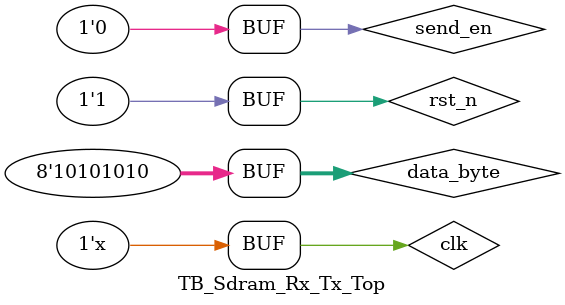
<source format=v>
`timescale      1ns/1ps

module TB_Sdram_Rx_Tx_Top;

reg         clk;
reg         rst_n;
wire                 rs232_rx;
 wire                rs232_tx;
 reg    send_en;

reg     [7:0]   data_byte;

//-------------------------------------------------------
//SDRAM signal
wire            sdram_clk;
wire            sdram_cke;
wire            sdram_cs_n;
wire            sdram_ras_n;
wire            sdram_cas_n;
wire            sdram_we_n;
wire    [1:0]   sdram_bank;
wire    [11:0]  sdram_addr;
wire    [15:0]  sdram_data;
wire    [1:0]   sdram_dqm;


Sdram_Tx_Rx_Top Sdram_Tx_Rx_Top_inst(
    //.clk_24M                    (clk),
    .clk_50M                (clk),//just test 
    .rst_n                  (rst_n),
    .rs232_rx               (rs232_rx),
    .rs232_tx               (rs232_tx),
    .sdram_clk              (sdram_clk),
    .sdram_cke              (sdram_cke),
    .sdram_cs_n             (sdram_cs_n),
    .sdram_ras_n            (sdram_ras_n),
    .sdram_cas_n            (sdram_cas_n),
    .sdram_we_n             (sdram_we_n),
    .sdram_bank             (sdram_bank),
    .sdram_addr             (sdram_addr),
    .sdram_data             (sdram_data),
    .sdram_dqm              (sdram_dqm)
);
 
defparam    sdram_model_plus_inst.addr_bits = 12;
defparam    sdram_model_plus_inst.data_bits = 16;
defparam    sdram_model_plus_inst.col_bits  = 8;
defparam    sdram_model_plus_inst.mem_sizes = 1048576 - 1;   //1M
    

sdram_model_plus sdram_model_plus_inst(
    .Dq                     (sdram_data), 
    .Addr                   (sdram_addr), 
    .Ba                     (sdram_bank), 
    .Clk                    (sdram_clk),    
    .Cke                    (sdram_cke), 
    .Cs_n                   (sdram_cs_n), 
    .Ras_n                  (sdram_ras_n),
    .Cas_n                  (sdram_cas_n), 
    .We_n                   (sdram_we_n), 
    .Dqm                    (sdram_dqm),
    .Debug                  (1'b1)      //·ÂÕæÄ£ÐÍÔÚµ÷ÊÔÄ£Ê½ÏÂ°Ñdebug¶¨ÒåÎª1
);

//UART_Byte_Tx
Uart_Byte_Tx_test Uart_Byte_Tx_test_inst(
	.clk					(clk),
	.rst_n					(rst_n),	
	.send_en				(send_en),//Ê±ÖÓ·ÖÆµÊ¹ÄÜ	
	.baud_set				(4'd4),//Ñ¡Ôñ²¨ÌØÂÊ	
	.data_byte				(data_byte),//ÐèÒª·¢ËÍµÄÐÅºÅ	
	.uart_state				(),//´®¿Ú×´Ì¬	
	.tx_done				(),//±êÖ¾´®¿Ú½áÊøÐÅºÅ	
	.rs232_tx				(rs232_rx)//´®¿ÚÐÅºÅÊä³ö   
 );


initial begin
    clk  = 1'b1;
    rst_n = 1'b0;
    data_byte = 0;
    send_en = 1'b0;
    #100;
    rst_n = 1'b1;
    //tx_byte();
    
    #95000 data_byte = 8'h55;send_en = 1'b1;
	#95000 data_byte = 8'h01;
	#95000 data_byte = 8'h02;
	#95000 data_byte = 8'h03;
	#95000 data_byte = 8'h04;
	#95000 data_byte = 8'haa;
    #95000
    send_en = 1'b0;

end

always #10 clk = ~clk;


/*initial $readmemh("./tx_data.txt", mema);

task tx_byte();
    integer i;
    for(i = 0; i < 6; i = i + 1)begin
        tx_bit(mema[i]);
    end
endtask

task tx_bit(
    input       [7:0]   data
);

integer     i;
for (i = 0; i < 10; i = i + 1)begin
    case(i)
        0:rs232_rx <= 1'b0;
        1: rs232_rx <= data[0];
        2: rs232_rx <= data[1];
        3: rs232_rx <= data[2];
        4: rs232_rx <= data[3];
        5: rs232_rx <= data[4];
        6: rs232_rx <= data[5];
        7: rs232_rx <= data[6];
        8: rs232_rx <= data[7];
        9: rs232_rx <= 1'b1;
    endcase
    #8680;

end
endtask*/


endmodule

</source>
